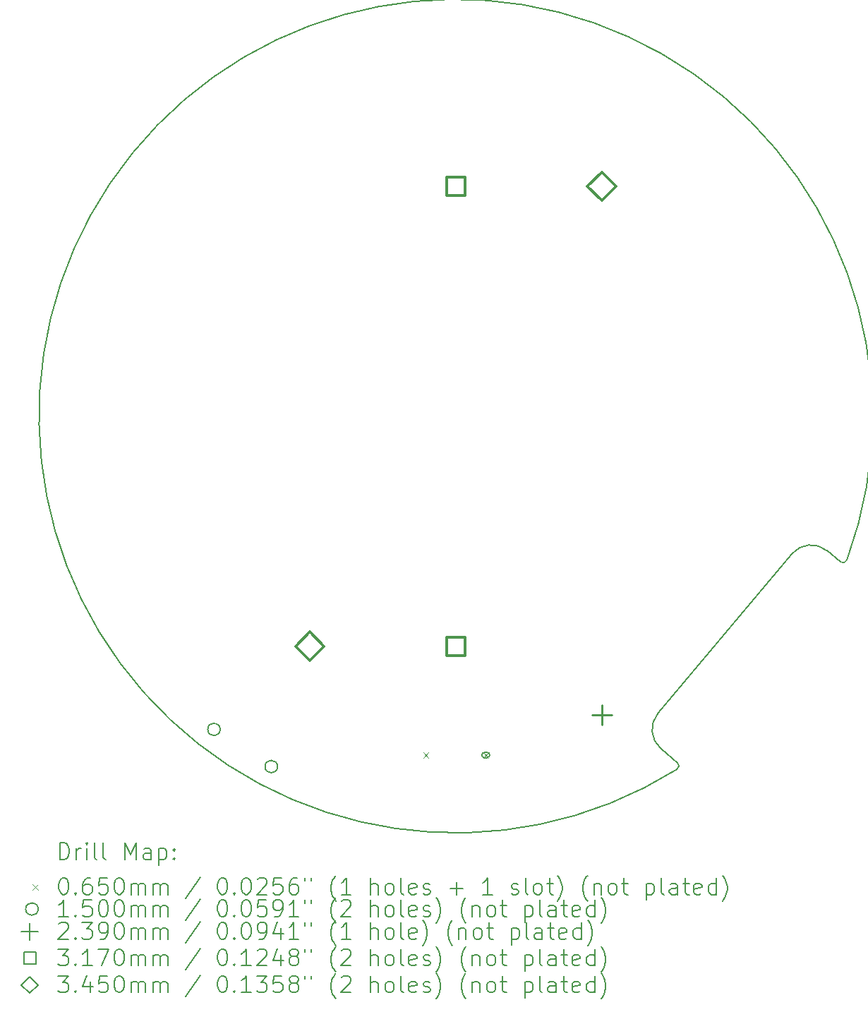
<source format=gbr>
%TF.GenerationSoftware,KiCad,Pcbnew,6.0.7-1.fc36*%
%TF.CreationDate,2022-08-25T14:46:05+02:00*%
%TF.ProjectId,LAITS-HW,4c414954-532d-4485-972e-6b696361645f,1.0.3*%
%TF.SameCoordinates,Original*%
%TF.FileFunction,Drillmap*%
%TF.FilePolarity,Positive*%
%FSLAX45Y45*%
G04 Gerber Fmt 4.5, Leading zero omitted, Abs format (unit mm)*
G04 Created by KiCad (PCBNEW 6.0.7-1.fc36) date 2022-08-25 14:46:05*
%MOMM*%
%LPD*%
G01*
G04 APERTURE LIST*
%ADD10C,0.200000*%
%ADD11C,0.065000*%
%ADD12C,0.150000*%
%ADD13C,0.239000*%
%ADD14C,0.317000*%
%ADD15C,0.345000*%
G04 APERTURE END LIST*
D10*
X10861676Y-15388086D02*
X11059640Y-15554198D01*
X13012761Y-13146288D02*
G75*
G03*
X13091815Y-13125270I32139J38298D01*
G01*
X12854316Y-13013349D02*
G75*
G03*
X12431667Y-13050326I-192837J-229811D01*
G01*
X13091815Y-13125270D02*
G75*
G03*
X11054043Y-15634874I-4692007J1727735D01*
G01*
X12431667Y-13050326D02*
X10824699Y-14965437D01*
X12854317Y-13013349D02*
X13012756Y-13146295D01*
X11054042Y-15634873D02*
G75*
G03*
X11059640Y-15554198I-26542J42373D01*
G01*
X10824695Y-14965434D02*
G75*
G03*
X10861676Y-15388086I229815J-192836D01*
G01*
D11*
X8007500Y-15431500D02*
X8072500Y-15496500D01*
X8072500Y-15431500D02*
X8007500Y-15496500D01*
X8727500Y-15431500D02*
X8792500Y-15496500D01*
X8792500Y-15431500D02*
X8727500Y-15496500D01*
D10*
X8745000Y-15496500D02*
X8775000Y-15496500D01*
X8745000Y-15431500D02*
X8775000Y-15431500D01*
X8775000Y-15496500D02*
G75*
G03*
X8775000Y-15431500I0J32500D01*
G01*
X8745000Y-15431500D02*
G75*
G03*
X8745000Y-15496500I0J-32500D01*
G01*
D12*
X5573626Y-15156061D02*
G75*
G03*
X5573626Y-15156061I-75000J0D01*
G01*
X6261336Y-15602665D02*
G75*
G03*
X6261336Y-15602665I-75000J0D01*
G01*
D13*
X10150500Y-14862500D02*
X10150500Y-15101500D01*
X10031000Y-14982000D02*
X10270000Y-14982000D01*
D14*
X8512078Y-8752078D02*
X8512078Y-8527923D01*
X8287922Y-8527923D01*
X8287922Y-8752078D01*
X8512078Y-8752078D01*
X8512078Y-14272077D02*
X8512078Y-14047922D01*
X8287922Y-14047922D01*
X8287922Y-14272077D01*
X8512078Y-14272077D01*
D15*
X6649500Y-14332500D02*
X6822000Y-14160000D01*
X6649500Y-13987500D01*
X6477000Y-14160000D01*
X6649500Y-14332500D01*
X10150500Y-8812500D02*
X10323000Y-8640000D01*
X10150500Y-8467500D01*
X9978000Y-8640000D01*
X10150500Y-8812500D01*
D10*
X3647427Y-16718011D02*
X3647427Y-16518011D01*
X3695046Y-16518011D01*
X3723617Y-16527535D01*
X3742665Y-16546583D01*
X3752189Y-16565630D01*
X3761713Y-16603725D01*
X3761713Y-16632297D01*
X3752189Y-16670392D01*
X3742665Y-16689440D01*
X3723617Y-16708487D01*
X3695046Y-16718011D01*
X3647427Y-16718011D01*
X3847427Y-16718011D02*
X3847427Y-16584678D01*
X3847427Y-16622773D02*
X3856951Y-16603725D01*
X3866475Y-16594202D01*
X3885522Y-16584678D01*
X3904570Y-16584678D01*
X3971236Y-16718011D02*
X3971236Y-16584678D01*
X3971236Y-16518011D02*
X3961713Y-16527535D01*
X3971236Y-16537059D01*
X3980760Y-16527535D01*
X3971236Y-16518011D01*
X3971236Y-16537059D01*
X4095046Y-16718011D02*
X4075998Y-16708487D01*
X4066475Y-16689440D01*
X4066475Y-16518011D01*
X4199808Y-16718011D02*
X4180760Y-16708487D01*
X4171236Y-16689440D01*
X4171236Y-16518011D01*
X4428379Y-16718011D02*
X4428379Y-16518011D01*
X4495046Y-16660868D01*
X4561713Y-16518011D01*
X4561713Y-16718011D01*
X4742665Y-16718011D02*
X4742665Y-16613249D01*
X4733141Y-16594202D01*
X4714094Y-16584678D01*
X4675998Y-16584678D01*
X4656951Y-16594202D01*
X4742665Y-16708487D02*
X4723618Y-16718011D01*
X4675998Y-16718011D01*
X4656951Y-16708487D01*
X4647427Y-16689440D01*
X4647427Y-16670392D01*
X4656951Y-16651344D01*
X4675998Y-16641821D01*
X4723618Y-16641821D01*
X4742665Y-16632297D01*
X4837903Y-16584678D02*
X4837903Y-16784678D01*
X4837903Y-16594202D02*
X4856951Y-16584678D01*
X4895046Y-16584678D01*
X4914094Y-16594202D01*
X4923618Y-16603725D01*
X4933141Y-16622773D01*
X4933141Y-16679916D01*
X4923618Y-16698963D01*
X4914094Y-16708487D01*
X4895046Y-16718011D01*
X4856951Y-16718011D01*
X4837903Y-16708487D01*
X5018856Y-16698963D02*
X5028379Y-16708487D01*
X5018856Y-16718011D01*
X5009332Y-16708487D01*
X5018856Y-16698963D01*
X5018856Y-16718011D01*
X5018856Y-16594202D02*
X5028379Y-16603725D01*
X5018856Y-16613249D01*
X5009332Y-16603725D01*
X5018856Y-16594202D01*
X5018856Y-16613249D01*
D11*
X3324808Y-17015035D02*
X3389808Y-17080035D01*
X3389808Y-17015035D02*
X3324808Y-17080035D01*
D10*
X3685522Y-16938011D02*
X3704570Y-16938011D01*
X3723617Y-16947535D01*
X3733141Y-16957059D01*
X3742665Y-16976106D01*
X3752189Y-17014202D01*
X3752189Y-17061821D01*
X3742665Y-17099916D01*
X3733141Y-17118964D01*
X3723617Y-17128487D01*
X3704570Y-17138011D01*
X3685522Y-17138011D01*
X3666475Y-17128487D01*
X3656951Y-17118964D01*
X3647427Y-17099916D01*
X3637903Y-17061821D01*
X3637903Y-17014202D01*
X3647427Y-16976106D01*
X3656951Y-16957059D01*
X3666475Y-16947535D01*
X3685522Y-16938011D01*
X3837903Y-17118964D02*
X3847427Y-17128487D01*
X3837903Y-17138011D01*
X3828379Y-17128487D01*
X3837903Y-17118964D01*
X3837903Y-17138011D01*
X4018856Y-16938011D02*
X3980760Y-16938011D01*
X3961713Y-16947535D01*
X3952189Y-16957059D01*
X3933141Y-16985630D01*
X3923617Y-17023725D01*
X3923617Y-17099916D01*
X3933141Y-17118964D01*
X3942665Y-17128487D01*
X3961713Y-17138011D01*
X3999808Y-17138011D01*
X4018856Y-17128487D01*
X4028379Y-17118964D01*
X4037903Y-17099916D01*
X4037903Y-17052297D01*
X4028379Y-17033249D01*
X4018856Y-17023725D01*
X3999808Y-17014202D01*
X3961713Y-17014202D01*
X3942665Y-17023725D01*
X3933141Y-17033249D01*
X3923617Y-17052297D01*
X4218856Y-16938011D02*
X4123617Y-16938011D01*
X4114094Y-17033249D01*
X4123617Y-17023725D01*
X4142665Y-17014202D01*
X4190284Y-17014202D01*
X4209332Y-17023725D01*
X4218856Y-17033249D01*
X4228379Y-17052297D01*
X4228379Y-17099916D01*
X4218856Y-17118964D01*
X4209332Y-17128487D01*
X4190284Y-17138011D01*
X4142665Y-17138011D01*
X4123617Y-17128487D01*
X4114094Y-17118964D01*
X4352189Y-16938011D02*
X4371237Y-16938011D01*
X4390284Y-16947535D01*
X4399808Y-16957059D01*
X4409332Y-16976106D01*
X4418856Y-17014202D01*
X4418856Y-17061821D01*
X4409332Y-17099916D01*
X4399808Y-17118964D01*
X4390284Y-17128487D01*
X4371237Y-17138011D01*
X4352189Y-17138011D01*
X4333141Y-17128487D01*
X4323618Y-17118964D01*
X4314094Y-17099916D01*
X4304570Y-17061821D01*
X4304570Y-17014202D01*
X4314094Y-16976106D01*
X4323618Y-16957059D01*
X4333141Y-16947535D01*
X4352189Y-16938011D01*
X4504570Y-17138011D02*
X4504570Y-17004678D01*
X4504570Y-17023725D02*
X4514094Y-17014202D01*
X4533141Y-17004678D01*
X4561713Y-17004678D01*
X4580760Y-17014202D01*
X4590284Y-17033249D01*
X4590284Y-17138011D01*
X4590284Y-17033249D02*
X4599808Y-17014202D01*
X4618856Y-17004678D01*
X4647427Y-17004678D01*
X4666475Y-17014202D01*
X4675998Y-17033249D01*
X4675998Y-17138011D01*
X4771237Y-17138011D02*
X4771237Y-17004678D01*
X4771237Y-17023725D02*
X4780760Y-17014202D01*
X4799808Y-17004678D01*
X4828379Y-17004678D01*
X4847427Y-17014202D01*
X4856951Y-17033249D01*
X4856951Y-17138011D01*
X4856951Y-17033249D02*
X4866475Y-17014202D01*
X4885522Y-17004678D01*
X4914094Y-17004678D01*
X4933141Y-17014202D01*
X4942665Y-17033249D01*
X4942665Y-17138011D01*
X5333141Y-16928487D02*
X5161713Y-17185630D01*
X5590284Y-16938011D02*
X5609332Y-16938011D01*
X5628379Y-16947535D01*
X5637903Y-16957059D01*
X5647427Y-16976106D01*
X5656951Y-17014202D01*
X5656951Y-17061821D01*
X5647427Y-17099916D01*
X5637903Y-17118964D01*
X5628379Y-17128487D01*
X5609332Y-17138011D01*
X5590284Y-17138011D01*
X5571237Y-17128487D01*
X5561713Y-17118964D01*
X5552189Y-17099916D01*
X5542665Y-17061821D01*
X5542665Y-17014202D01*
X5552189Y-16976106D01*
X5561713Y-16957059D01*
X5571237Y-16947535D01*
X5590284Y-16938011D01*
X5742665Y-17118964D02*
X5752189Y-17128487D01*
X5742665Y-17138011D01*
X5733141Y-17128487D01*
X5742665Y-17118964D01*
X5742665Y-17138011D01*
X5875998Y-16938011D02*
X5895046Y-16938011D01*
X5914094Y-16947535D01*
X5923617Y-16957059D01*
X5933141Y-16976106D01*
X5942665Y-17014202D01*
X5942665Y-17061821D01*
X5933141Y-17099916D01*
X5923617Y-17118964D01*
X5914094Y-17128487D01*
X5895046Y-17138011D01*
X5875998Y-17138011D01*
X5856951Y-17128487D01*
X5847427Y-17118964D01*
X5837903Y-17099916D01*
X5828379Y-17061821D01*
X5828379Y-17014202D01*
X5837903Y-16976106D01*
X5847427Y-16957059D01*
X5856951Y-16947535D01*
X5875998Y-16938011D01*
X6018856Y-16957059D02*
X6028379Y-16947535D01*
X6047427Y-16938011D01*
X6095046Y-16938011D01*
X6114094Y-16947535D01*
X6123617Y-16957059D01*
X6133141Y-16976106D01*
X6133141Y-16995154D01*
X6123617Y-17023725D01*
X6009332Y-17138011D01*
X6133141Y-17138011D01*
X6314094Y-16938011D02*
X6218856Y-16938011D01*
X6209332Y-17033249D01*
X6218856Y-17023725D01*
X6237903Y-17014202D01*
X6285522Y-17014202D01*
X6304570Y-17023725D01*
X6314094Y-17033249D01*
X6323617Y-17052297D01*
X6323617Y-17099916D01*
X6314094Y-17118964D01*
X6304570Y-17128487D01*
X6285522Y-17138011D01*
X6237903Y-17138011D01*
X6218856Y-17128487D01*
X6209332Y-17118964D01*
X6495046Y-16938011D02*
X6456951Y-16938011D01*
X6437903Y-16947535D01*
X6428379Y-16957059D01*
X6409332Y-16985630D01*
X6399808Y-17023725D01*
X6399808Y-17099916D01*
X6409332Y-17118964D01*
X6418856Y-17128487D01*
X6437903Y-17138011D01*
X6475998Y-17138011D01*
X6495046Y-17128487D01*
X6504570Y-17118964D01*
X6514094Y-17099916D01*
X6514094Y-17052297D01*
X6504570Y-17033249D01*
X6495046Y-17023725D01*
X6475998Y-17014202D01*
X6437903Y-17014202D01*
X6418856Y-17023725D01*
X6409332Y-17033249D01*
X6399808Y-17052297D01*
X6590284Y-16938011D02*
X6590284Y-16976106D01*
X6666475Y-16938011D02*
X6666475Y-16976106D01*
X6961713Y-17214202D02*
X6952189Y-17204678D01*
X6933141Y-17176106D01*
X6923617Y-17157059D01*
X6914094Y-17128487D01*
X6904570Y-17080868D01*
X6904570Y-17042773D01*
X6914094Y-16995154D01*
X6923617Y-16966583D01*
X6933141Y-16947535D01*
X6952189Y-16918964D01*
X6961713Y-16909440D01*
X7142665Y-17138011D02*
X7028379Y-17138011D01*
X7085522Y-17138011D02*
X7085522Y-16938011D01*
X7066475Y-16966583D01*
X7047427Y-16985630D01*
X7028379Y-16995154D01*
X7380760Y-17138011D02*
X7380760Y-16938011D01*
X7466475Y-17138011D02*
X7466475Y-17033249D01*
X7456951Y-17014202D01*
X7437903Y-17004678D01*
X7409332Y-17004678D01*
X7390284Y-17014202D01*
X7380760Y-17023725D01*
X7590284Y-17138011D02*
X7571236Y-17128487D01*
X7561713Y-17118964D01*
X7552189Y-17099916D01*
X7552189Y-17042773D01*
X7561713Y-17023725D01*
X7571236Y-17014202D01*
X7590284Y-17004678D01*
X7618856Y-17004678D01*
X7637903Y-17014202D01*
X7647427Y-17023725D01*
X7656951Y-17042773D01*
X7656951Y-17099916D01*
X7647427Y-17118964D01*
X7637903Y-17128487D01*
X7618856Y-17138011D01*
X7590284Y-17138011D01*
X7771236Y-17138011D02*
X7752189Y-17128487D01*
X7742665Y-17109440D01*
X7742665Y-16938011D01*
X7923617Y-17128487D02*
X7904570Y-17138011D01*
X7866475Y-17138011D01*
X7847427Y-17128487D01*
X7837903Y-17109440D01*
X7837903Y-17033249D01*
X7847427Y-17014202D01*
X7866475Y-17004678D01*
X7904570Y-17004678D01*
X7923617Y-17014202D01*
X7933141Y-17033249D01*
X7933141Y-17052297D01*
X7837903Y-17071345D01*
X8009332Y-17128487D02*
X8028379Y-17138011D01*
X8066475Y-17138011D01*
X8085522Y-17128487D01*
X8095046Y-17109440D01*
X8095046Y-17099916D01*
X8085522Y-17080868D01*
X8066475Y-17071345D01*
X8037903Y-17071345D01*
X8018856Y-17061821D01*
X8009332Y-17042773D01*
X8009332Y-17033249D01*
X8018856Y-17014202D01*
X8037903Y-17004678D01*
X8066475Y-17004678D01*
X8085522Y-17014202D01*
X8333141Y-17061821D02*
X8485522Y-17061821D01*
X8409332Y-17138011D02*
X8409332Y-16985630D01*
X8837903Y-17138011D02*
X8723618Y-17138011D01*
X8780760Y-17138011D02*
X8780760Y-16938011D01*
X8761713Y-16966583D01*
X8742665Y-16985630D01*
X8723618Y-16995154D01*
X9066475Y-17128487D02*
X9085522Y-17138011D01*
X9123618Y-17138011D01*
X9142665Y-17128487D01*
X9152189Y-17109440D01*
X9152189Y-17099916D01*
X9142665Y-17080868D01*
X9123618Y-17071345D01*
X9095046Y-17071345D01*
X9075998Y-17061821D01*
X9066475Y-17042773D01*
X9066475Y-17033249D01*
X9075998Y-17014202D01*
X9095046Y-17004678D01*
X9123618Y-17004678D01*
X9142665Y-17014202D01*
X9266475Y-17138011D02*
X9247427Y-17128487D01*
X9237903Y-17109440D01*
X9237903Y-16938011D01*
X9371237Y-17138011D02*
X9352189Y-17128487D01*
X9342665Y-17118964D01*
X9333141Y-17099916D01*
X9333141Y-17042773D01*
X9342665Y-17023725D01*
X9352189Y-17014202D01*
X9371237Y-17004678D01*
X9399808Y-17004678D01*
X9418856Y-17014202D01*
X9428379Y-17023725D01*
X9437903Y-17042773D01*
X9437903Y-17099916D01*
X9428379Y-17118964D01*
X9418856Y-17128487D01*
X9399808Y-17138011D01*
X9371237Y-17138011D01*
X9495046Y-17004678D02*
X9571237Y-17004678D01*
X9523618Y-16938011D02*
X9523618Y-17109440D01*
X9533141Y-17128487D01*
X9552189Y-17138011D01*
X9571237Y-17138011D01*
X9618856Y-17214202D02*
X9628379Y-17204678D01*
X9647427Y-17176106D01*
X9656951Y-17157059D01*
X9666475Y-17128487D01*
X9675998Y-17080868D01*
X9675998Y-17042773D01*
X9666475Y-16995154D01*
X9656951Y-16966583D01*
X9647427Y-16947535D01*
X9628379Y-16918964D01*
X9618856Y-16909440D01*
X9980760Y-17214202D02*
X9971237Y-17204678D01*
X9952189Y-17176106D01*
X9942665Y-17157059D01*
X9933141Y-17128487D01*
X9923618Y-17080868D01*
X9923618Y-17042773D01*
X9933141Y-16995154D01*
X9942665Y-16966583D01*
X9952189Y-16947535D01*
X9971237Y-16918964D01*
X9980760Y-16909440D01*
X10056951Y-17004678D02*
X10056951Y-17138011D01*
X10056951Y-17023725D02*
X10066475Y-17014202D01*
X10085522Y-17004678D01*
X10114094Y-17004678D01*
X10133141Y-17014202D01*
X10142665Y-17033249D01*
X10142665Y-17138011D01*
X10266475Y-17138011D02*
X10247427Y-17128487D01*
X10237903Y-17118964D01*
X10228379Y-17099916D01*
X10228379Y-17042773D01*
X10237903Y-17023725D01*
X10247427Y-17014202D01*
X10266475Y-17004678D01*
X10295046Y-17004678D01*
X10314094Y-17014202D01*
X10323618Y-17023725D01*
X10333141Y-17042773D01*
X10333141Y-17099916D01*
X10323618Y-17118964D01*
X10314094Y-17128487D01*
X10295046Y-17138011D01*
X10266475Y-17138011D01*
X10390284Y-17004678D02*
X10466475Y-17004678D01*
X10418856Y-16938011D02*
X10418856Y-17109440D01*
X10428379Y-17128487D01*
X10447427Y-17138011D01*
X10466475Y-17138011D01*
X10685522Y-17004678D02*
X10685522Y-17204678D01*
X10685522Y-17014202D02*
X10704570Y-17004678D01*
X10742665Y-17004678D01*
X10761713Y-17014202D01*
X10771237Y-17023725D01*
X10780760Y-17042773D01*
X10780760Y-17099916D01*
X10771237Y-17118964D01*
X10761713Y-17128487D01*
X10742665Y-17138011D01*
X10704570Y-17138011D01*
X10685522Y-17128487D01*
X10895046Y-17138011D02*
X10875998Y-17128487D01*
X10866475Y-17109440D01*
X10866475Y-16938011D01*
X11056951Y-17138011D02*
X11056951Y-17033249D01*
X11047427Y-17014202D01*
X11028379Y-17004678D01*
X10990284Y-17004678D01*
X10971237Y-17014202D01*
X11056951Y-17128487D02*
X11037903Y-17138011D01*
X10990284Y-17138011D01*
X10971237Y-17128487D01*
X10961713Y-17109440D01*
X10961713Y-17090392D01*
X10971237Y-17071345D01*
X10990284Y-17061821D01*
X11037903Y-17061821D01*
X11056951Y-17052297D01*
X11123618Y-17004678D02*
X11199808Y-17004678D01*
X11152189Y-16938011D02*
X11152189Y-17109440D01*
X11161713Y-17128487D01*
X11180760Y-17138011D01*
X11199808Y-17138011D01*
X11342665Y-17128487D02*
X11323617Y-17138011D01*
X11285522Y-17138011D01*
X11266475Y-17128487D01*
X11256951Y-17109440D01*
X11256951Y-17033249D01*
X11266475Y-17014202D01*
X11285522Y-17004678D01*
X11323617Y-17004678D01*
X11342665Y-17014202D01*
X11352189Y-17033249D01*
X11352189Y-17052297D01*
X11256951Y-17071345D01*
X11523617Y-17138011D02*
X11523617Y-16938011D01*
X11523617Y-17128487D02*
X11504570Y-17138011D01*
X11466475Y-17138011D01*
X11447427Y-17128487D01*
X11437903Y-17118964D01*
X11428379Y-17099916D01*
X11428379Y-17042773D01*
X11437903Y-17023725D01*
X11447427Y-17014202D01*
X11466475Y-17004678D01*
X11504570Y-17004678D01*
X11523617Y-17014202D01*
X11599808Y-17214202D02*
X11609332Y-17204678D01*
X11628379Y-17176106D01*
X11637903Y-17157059D01*
X11647427Y-17128487D01*
X11656951Y-17080868D01*
X11656951Y-17042773D01*
X11647427Y-16995154D01*
X11637903Y-16966583D01*
X11628379Y-16947535D01*
X11609332Y-16918964D01*
X11599808Y-16909440D01*
D12*
X3389808Y-17311535D02*
G75*
G03*
X3389808Y-17311535I-75000J0D01*
G01*
D10*
X3752189Y-17402011D02*
X3637903Y-17402011D01*
X3695046Y-17402011D02*
X3695046Y-17202011D01*
X3675998Y-17230583D01*
X3656951Y-17249630D01*
X3637903Y-17259154D01*
X3837903Y-17382964D02*
X3847427Y-17392487D01*
X3837903Y-17402011D01*
X3828379Y-17392487D01*
X3837903Y-17382964D01*
X3837903Y-17402011D01*
X4028379Y-17202011D02*
X3933141Y-17202011D01*
X3923617Y-17297249D01*
X3933141Y-17287725D01*
X3952189Y-17278202D01*
X3999808Y-17278202D01*
X4018856Y-17287725D01*
X4028379Y-17297249D01*
X4037903Y-17316297D01*
X4037903Y-17363916D01*
X4028379Y-17382964D01*
X4018856Y-17392487D01*
X3999808Y-17402011D01*
X3952189Y-17402011D01*
X3933141Y-17392487D01*
X3923617Y-17382964D01*
X4161713Y-17202011D02*
X4180760Y-17202011D01*
X4199808Y-17211535D01*
X4209332Y-17221059D01*
X4218856Y-17240106D01*
X4228379Y-17278202D01*
X4228379Y-17325821D01*
X4218856Y-17363916D01*
X4209332Y-17382964D01*
X4199808Y-17392487D01*
X4180760Y-17402011D01*
X4161713Y-17402011D01*
X4142665Y-17392487D01*
X4133141Y-17382964D01*
X4123617Y-17363916D01*
X4114094Y-17325821D01*
X4114094Y-17278202D01*
X4123617Y-17240106D01*
X4133141Y-17221059D01*
X4142665Y-17211535D01*
X4161713Y-17202011D01*
X4352189Y-17202011D02*
X4371237Y-17202011D01*
X4390284Y-17211535D01*
X4399808Y-17221059D01*
X4409332Y-17240106D01*
X4418856Y-17278202D01*
X4418856Y-17325821D01*
X4409332Y-17363916D01*
X4399808Y-17382964D01*
X4390284Y-17392487D01*
X4371237Y-17402011D01*
X4352189Y-17402011D01*
X4333141Y-17392487D01*
X4323618Y-17382964D01*
X4314094Y-17363916D01*
X4304570Y-17325821D01*
X4304570Y-17278202D01*
X4314094Y-17240106D01*
X4323618Y-17221059D01*
X4333141Y-17211535D01*
X4352189Y-17202011D01*
X4504570Y-17402011D02*
X4504570Y-17268678D01*
X4504570Y-17287725D02*
X4514094Y-17278202D01*
X4533141Y-17268678D01*
X4561713Y-17268678D01*
X4580760Y-17278202D01*
X4590284Y-17297249D01*
X4590284Y-17402011D01*
X4590284Y-17297249D02*
X4599808Y-17278202D01*
X4618856Y-17268678D01*
X4647427Y-17268678D01*
X4666475Y-17278202D01*
X4675998Y-17297249D01*
X4675998Y-17402011D01*
X4771237Y-17402011D02*
X4771237Y-17268678D01*
X4771237Y-17287725D02*
X4780760Y-17278202D01*
X4799808Y-17268678D01*
X4828379Y-17268678D01*
X4847427Y-17278202D01*
X4856951Y-17297249D01*
X4856951Y-17402011D01*
X4856951Y-17297249D02*
X4866475Y-17278202D01*
X4885522Y-17268678D01*
X4914094Y-17268678D01*
X4933141Y-17278202D01*
X4942665Y-17297249D01*
X4942665Y-17402011D01*
X5333141Y-17192487D02*
X5161713Y-17449630D01*
X5590284Y-17202011D02*
X5609332Y-17202011D01*
X5628379Y-17211535D01*
X5637903Y-17221059D01*
X5647427Y-17240106D01*
X5656951Y-17278202D01*
X5656951Y-17325821D01*
X5647427Y-17363916D01*
X5637903Y-17382964D01*
X5628379Y-17392487D01*
X5609332Y-17402011D01*
X5590284Y-17402011D01*
X5571237Y-17392487D01*
X5561713Y-17382964D01*
X5552189Y-17363916D01*
X5542665Y-17325821D01*
X5542665Y-17278202D01*
X5552189Y-17240106D01*
X5561713Y-17221059D01*
X5571237Y-17211535D01*
X5590284Y-17202011D01*
X5742665Y-17382964D02*
X5752189Y-17392487D01*
X5742665Y-17402011D01*
X5733141Y-17392487D01*
X5742665Y-17382964D01*
X5742665Y-17402011D01*
X5875998Y-17202011D02*
X5895046Y-17202011D01*
X5914094Y-17211535D01*
X5923617Y-17221059D01*
X5933141Y-17240106D01*
X5942665Y-17278202D01*
X5942665Y-17325821D01*
X5933141Y-17363916D01*
X5923617Y-17382964D01*
X5914094Y-17392487D01*
X5895046Y-17402011D01*
X5875998Y-17402011D01*
X5856951Y-17392487D01*
X5847427Y-17382964D01*
X5837903Y-17363916D01*
X5828379Y-17325821D01*
X5828379Y-17278202D01*
X5837903Y-17240106D01*
X5847427Y-17221059D01*
X5856951Y-17211535D01*
X5875998Y-17202011D01*
X6123617Y-17202011D02*
X6028379Y-17202011D01*
X6018856Y-17297249D01*
X6028379Y-17287725D01*
X6047427Y-17278202D01*
X6095046Y-17278202D01*
X6114094Y-17287725D01*
X6123617Y-17297249D01*
X6133141Y-17316297D01*
X6133141Y-17363916D01*
X6123617Y-17382964D01*
X6114094Y-17392487D01*
X6095046Y-17402011D01*
X6047427Y-17402011D01*
X6028379Y-17392487D01*
X6018856Y-17382964D01*
X6228379Y-17402011D02*
X6266475Y-17402011D01*
X6285522Y-17392487D01*
X6295046Y-17382964D01*
X6314094Y-17354392D01*
X6323617Y-17316297D01*
X6323617Y-17240106D01*
X6314094Y-17221059D01*
X6304570Y-17211535D01*
X6285522Y-17202011D01*
X6247427Y-17202011D01*
X6228379Y-17211535D01*
X6218856Y-17221059D01*
X6209332Y-17240106D01*
X6209332Y-17287725D01*
X6218856Y-17306773D01*
X6228379Y-17316297D01*
X6247427Y-17325821D01*
X6285522Y-17325821D01*
X6304570Y-17316297D01*
X6314094Y-17306773D01*
X6323617Y-17287725D01*
X6514094Y-17402011D02*
X6399808Y-17402011D01*
X6456951Y-17402011D02*
X6456951Y-17202011D01*
X6437903Y-17230583D01*
X6418856Y-17249630D01*
X6399808Y-17259154D01*
X6590284Y-17202011D02*
X6590284Y-17240106D01*
X6666475Y-17202011D02*
X6666475Y-17240106D01*
X6961713Y-17478202D02*
X6952189Y-17468678D01*
X6933141Y-17440106D01*
X6923617Y-17421059D01*
X6914094Y-17392487D01*
X6904570Y-17344868D01*
X6904570Y-17306773D01*
X6914094Y-17259154D01*
X6923617Y-17230583D01*
X6933141Y-17211535D01*
X6952189Y-17182964D01*
X6961713Y-17173440D01*
X7028379Y-17221059D02*
X7037903Y-17211535D01*
X7056951Y-17202011D01*
X7104570Y-17202011D01*
X7123617Y-17211535D01*
X7133141Y-17221059D01*
X7142665Y-17240106D01*
X7142665Y-17259154D01*
X7133141Y-17287725D01*
X7018856Y-17402011D01*
X7142665Y-17402011D01*
X7380760Y-17402011D02*
X7380760Y-17202011D01*
X7466475Y-17402011D02*
X7466475Y-17297249D01*
X7456951Y-17278202D01*
X7437903Y-17268678D01*
X7409332Y-17268678D01*
X7390284Y-17278202D01*
X7380760Y-17287725D01*
X7590284Y-17402011D02*
X7571236Y-17392487D01*
X7561713Y-17382964D01*
X7552189Y-17363916D01*
X7552189Y-17306773D01*
X7561713Y-17287725D01*
X7571236Y-17278202D01*
X7590284Y-17268678D01*
X7618856Y-17268678D01*
X7637903Y-17278202D01*
X7647427Y-17287725D01*
X7656951Y-17306773D01*
X7656951Y-17363916D01*
X7647427Y-17382964D01*
X7637903Y-17392487D01*
X7618856Y-17402011D01*
X7590284Y-17402011D01*
X7771236Y-17402011D02*
X7752189Y-17392487D01*
X7742665Y-17373440D01*
X7742665Y-17202011D01*
X7923617Y-17392487D02*
X7904570Y-17402011D01*
X7866475Y-17402011D01*
X7847427Y-17392487D01*
X7837903Y-17373440D01*
X7837903Y-17297249D01*
X7847427Y-17278202D01*
X7866475Y-17268678D01*
X7904570Y-17268678D01*
X7923617Y-17278202D01*
X7933141Y-17297249D01*
X7933141Y-17316297D01*
X7837903Y-17335345D01*
X8009332Y-17392487D02*
X8028379Y-17402011D01*
X8066475Y-17402011D01*
X8085522Y-17392487D01*
X8095046Y-17373440D01*
X8095046Y-17363916D01*
X8085522Y-17344868D01*
X8066475Y-17335345D01*
X8037903Y-17335345D01*
X8018856Y-17325821D01*
X8009332Y-17306773D01*
X8009332Y-17297249D01*
X8018856Y-17278202D01*
X8037903Y-17268678D01*
X8066475Y-17268678D01*
X8085522Y-17278202D01*
X8161713Y-17478202D02*
X8171236Y-17468678D01*
X8190284Y-17440106D01*
X8199808Y-17421059D01*
X8209332Y-17392487D01*
X8218856Y-17344868D01*
X8218856Y-17306773D01*
X8209332Y-17259154D01*
X8199808Y-17230583D01*
X8190284Y-17211535D01*
X8171236Y-17182964D01*
X8161713Y-17173440D01*
X8523618Y-17478202D02*
X8514094Y-17468678D01*
X8495046Y-17440106D01*
X8485522Y-17421059D01*
X8475998Y-17392487D01*
X8466475Y-17344868D01*
X8466475Y-17306773D01*
X8475998Y-17259154D01*
X8485522Y-17230583D01*
X8495046Y-17211535D01*
X8514094Y-17182964D01*
X8523618Y-17173440D01*
X8599808Y-17268678D02*
X8599808Y-17402011D01*
X8599808Y-17287725D02*
X8609332Y-17278202D01*
X8628379Y-17268678D01*
X8656951Y-17268678D01*
X8675998Y-17278202D01*
X8685522Y-17297249D01*
X8685522Y-17402011D01*
X8809332Y-17402011D02*
X8790284Y-17392487D01*
X8780760Y-17382964D01*
X8771237Y-17363916D01*
X8771237Y-17306773D01*
X8780760Y-17287725D01*
X8790284Y-17278202D01*
X8809332Y-17268678D01*
X8837903Y-17268678D01*
X8856951Y-17278202D01*
X8866475Y-17287725D01*
X8875998Y-17306773D01*
X8875998Y-17363916D01*
X8866475Y-17382964D01*
X8856951Y-17392487D01*
X8837903Y-17402011D01*
X8809332Y-17402011D01*
X8933141Y-17268678D02*
X9009332Y-17268678D01*
X8961713Y-17202011D02*
X8961713Y-17373440D01*
X8971237Y-17392487D01*
X8990284Y-17402011D01*
X9009332Y-17402011D01*
X9228379Y-17268678D02*
X9228379Y-17468678D01*
X9228379Y-17278202D02*
X9247427Y-17268678D01*
X9285522Y-17268678D01*
X9304570Y-17278202D01*
X9314094Y-17287725D01*
X9323618Y-17306773D01*
X9323618Y-17363916D01*
X9314094Y-17382964D01*
X9304570Y-17392487D01*
X9285522Y-17402011D01*
X9247427Y-17402011D01*
X9228379Y-17392487D01*
X9437903Y-17402011D02*
X9418856Y-17392487D01*
X9409332Y-17373440D01*
X9409332Y-17202011D01*
X9599808Y-17402011D02*
X9599808Y-17297249D01*
X9590284Y-17278202D01*
X9571237Y-17268678D01*
X9533141Y-17268678D01*
X9514094Y-17278202D01*
X9599808Y-17392487D02*
X9580760Y-17402011D01*
X9533141Y-17402011D01*
X9514094Y-17392487D01*
X9504570Y-17373440D01*
X9504570Y-17354392D01*
X9514094Y-17335345D01*
X9533141Y-17325821D01*
X9580760Y-17325821D01*
X9599808Y-17316297D01*
X9666475Y-17268678D02*
X9742665Y-17268678D01*
X9695046Y-17202011D02*
X9695046Y-17373440D01*
X9704570Y-17392487D01*
X9723618Y-17402011D01*
X9742665Y-17402011D01*
X9885522Y-17392487D02*
X9866475Y-17402011D01*
X9828379Y-17402011D01*
X9809332Y-17392487D01*
X9799808Y-17373440D01*
X9799808Y-17297249D01*
X9809332Y-17278202D01*
X9828379Y-17268678D01*
X9866475Y-17268678D01*
X9885522Y-17278202D01*
X9895046Y-17297249D01*
X9895046Y-17316297D01*
X9799808Y-17335345D01*
X10066475Y-17402011D02*
X10066475Y-17202011D01*
X10066475Y-17392487D02*
X10047427Y-17402011D01*
X10009332Y-17402011D01*
X9990284Y-17392487D01*
X9980760Y-17382964D01*
X9971237Y-17363916D01*
X9971237Y-17306773D01*
X9980760Y-17287725D01*
X9990284Y-17278202D01*
X10009332Y-17268678D01*
X10047427Y-17268678D01*
X10066475Y-17278202D01*
X10142665Y-17478202D02*
X10152189Y-17468678D01*
X10171237Y-17440106D01*
X10180760Y-17421059D01*
X10190284Y-17392487D01*
X10199808Y-17344868D01*
X10199808Y-17306773D01*
X10190284Y-17259154D01*
X10180760Y-17230583D01*
X10171237Y-17211535D01*
X10152189Y-17182964D01*
X10142665Y-17173440D01*
X3289808Y-17481535D02*
X3289808Y-17681535D01*
X3189808Y-17581535D02*
X3389808Y-17581535D01*
X3637903Y-17491059D02*
X3647427Y-17481535D01*
X3666475Y-17472011D01*
X3714094Y-17472011D01*
X3733141Y-17481535D01*
X3742665Y-17491059D01*
X3752189Y-17510106D01*
X3752189Y-17529154D01*
X3742665Y-17557725D01*
X3628379Y-17672011D01*
X3752189Y-17672011D01*
X3837903Y-17652964D02*
X3847427Y-17662487D01*
X3837903Y-17672011D01*
X3828379Y-17662487D01*
X3837903Y-17652964D01*
X3837903Y-17672011D01*
X3914094Y-17472011D02*
X4037903Y-17472011D01*
X3971236Y-17548202D01*
X3999808Y-17548202D01*
X4018856Y-17557725D01*
X4028379Y-17567249D01*
X4037903Y-17586297D01*
X4037903Y-17633916D01*
X4028379Y-17652964D01*
X4018856Y-17662487D01*
X3999808Y-17672011D01*
X3942665Y-17672011D01*
X3923617Y-17662487D01*
X3914094Y-17652964D01*
X4133141Y-17672011D02*
X4171236Y-17672011D01*
X4190284Y-17662487D01*
X4199808Y-17652964D01*
X4218856Y-17624392D01*
X4228379Y-17586297D01*
X4228379Y-17510106D01*
X4218856Y-17491059D01*
X4209332Y-17481535D01*
X4190284Y-17472011D01*
X4152189Y-17472011D01*
X4133141Y-17481535D01*
X4123617Y-17491059D01*
X4114094Y-17510106D01*
X4114094Y-17557725D01*
X4123617Y-17576773D01*
X4133141Y-17586297D01*
X4152189Y-17595821D01*
X4190284Y-17595821D01*
X4209332Y-17586297D01*
X4218856Y-17576773D01*
X4228379Y-17557725D01*
X4352189Y-17472011D02*
X4371237Y-17472011D01*
X4390284Y-17481535D01*
X4399808Y-17491059D01*
X4409332Y-17510106D01*
X4418856Y-17548202D01*
X4418856Y-17595821D01*
X4409332Y-17633916D01*
X4399808Y-17652964D01*
X4390284Y-17662487D01*
X4371237Y-17672011D01*
X4352189Y-17672011D01*
X4333141Y-17662487D01*
X4323618Y-17652964D01*
X4314094Y-17633916D01*
X4304570Y-17595821D01*
X4304570Y-17548202D01*
X4314094Y-17510106D01*
X4323618Y-17491059D01*
X4333141Y-17481535D01*
X4352189Y-17472011D01*
X4504570Y-17672011D02*
X4504570Y-17538678D01*
X4504570Y-17557725D02*
X4514094Y-17548202D01*
X4533141Y-17538678D01*
X4561713Y-17538678D01*
X4580760Y-17548202D01*
X4590284Y-17567249D01*
X4590284Y-17672011D01*
X4590284Y-17567249D02*
X4599808Y-17548202D01*
X4618856Y-17538678D01*
X4647427Y-17538678D01*
X4666475Y-17548202D01*
X4675998Y-17567249D01*
X4675998Y-17672011D01*
X4771237Y-17672011D02*
X4771237Y-17538678D01*
X4771237Y-17557725D02*
X4780760Y-17548202D01*
X4799808Y-17538678D01*
X4828379Y-17538678D01*
X4847427Y-17548202D01*
X4856951Y-17567249D01*
X4856951Y-17672011D01*
X4856951Y-17567249D02*
X4866475Y-17548202D01*
X4885522Y-17538678D01*
X4914094Y-17538678D01*
X4933141Y-17548202D01*
X4942665Y-17567249D01*
X4942665Y-17672011D01*
X5333141Y-17462487D02*
X5161713Y-17719630D01*
X5590284Y-17472011D02*
X5609332Y-17472011D01*
X5628379Y-17481535D01*
X5637903Y-17491059D01*
X5647427Y-17510106D01*
X5656951Y-17548202D01*
X5656951Y-17595821D01*
X5647427Y-17633916D01*
X5637903Y-17652964D01*
X5628379Y-17662487D01*
X5609332Y-17672011D01*
X5590284Y-17672011D01*
X5571237Y-17662487D01*
X5561713Y-17652964D01*
X5552189Y-17633916D01*
X5542665Y-17595821D01*
X5542665Y-17548202D01*
X5552189Y-17510106D01*
X5561713Y-17491059D01*
X5571237Y-17481535D01*
X5590284Y-17472011D01*
X5742665Y-17652964D02*
X5752189Y-17662487D01*
X5742665Y-17672011D01*
X5733141Y-17662487D01*
X5742665Y-17652964D01*
X5742665Y-17672011D01*
X5875998Y-17472011D02*
X5895046Y-17472011D01*
X5914094Y-17481535D01*
X5923617Y-17491059D01*
X5933141Y-17510106D01*
X5942665Y-17548202D01*
X5942665Y-17595821D01*
X5933141Y-17633916D01*
X5923617Y-17652964D01*
X5914094Y-17662487D01*
X5895046Y-17672011D01*
X5875998Y-17672011D01*
X5856951Y-17662487D01*
X5847427Y-17652964D01*
X5837903Y-17633916D01*
X5828379Y-17595821D01*
X5828379Y-17548202D01*
X5837903Y-17510106D01*
X5847427Y-17491059D01*
X5856951Y-17481535D01*
X5875998Y-17472011D01*
X6037903Y-17672011D02*
X6075998Y-17672011D01*
X6095046Y-17662487D01*
X6104570Y-17652964D01*
X6123617Y-17624392D01*
X6133141Y-17586297D01*
X6133141Y-17510106D01*
X6123617Y-17491059D01*
X6114094Y-17481535D01*
X6095046Y-17472011D01*
X6056951Y-17472011D01*
X6037903Y-17481535D01*
X6028379Y-17491059D01*
X6018856Y-17510106D01*
X6018856Y-17557725D01*
X6028379Y-17576773D01*
X6037903Y-17586297D01*
X6056951Y-17595821D01*
X6095046Y-17595821D01*
X6114094Y-17586297D01*
X6123617Y-17576773D01*
X6133141Y-17557725D01*
X6304570Y-17538678D02*
X6304570Y-17672011D01*
X6256951Y-17462487D02*
X6209332Y-17605345D01*
X6333141Y-17605345D01*
X6514094Y-17672011D02*
X6399808Y-17672011D01*
X6456951Y-17672011D02*
X6456951Y-17472011D01*
X6437903Y-17500583D01*
X6418856Y-17519630D01*
X6399808Y-17529154D01*
X6590284Y-17472011D02*
X6590284Y-17510106D01*
X6666475Y-17472011D02*
X6666475Y-17510106D01*
X6961713Y-17748202D02*
X6952189Y-17738678D01*
X6933141Y-17710106D01*
X6923617Y-17691059D01*
X6914094Y-17662487D01*
X6904570Y-17614868D01*
X6904570Y-17576773D01*
X6914094Y-17529154D01*
X6923617Y-17500583D01*
X6933141Y-17481535D01*
X6952189Y-17452964D01*
X6961713Y-17443440D01*
X7142665Y-17672011D02*
X7028379Y-17672011D01*
X7085522Y-17672011D02*
X7085522Y-17472011D01*
X7066475Y-17500583D01*
X7047427Y-17519630D01*
X7028379Y-17529154D01*
X7380760Y-17672011D02*
X7380760Y-17472011D01*
X7466475Y-17672011D02*
X7466475Y-17567249D01*
X7456951Y-17548202D01*
X7437903Y-17538678D01*
X7409332Y-17538678D01*
X7390284Y-17548202D01*
X7380760Y-17557725D01*
X7590284Y-17672011D02*
X7571236Y-17662487D01*
X7561713Y-17652964D01*
X7552189Y-17633916D01*
X7552189Y-17576773D01*
X7561713Y-17557725D01*
X7571236Y-17548202D01*
X7590284Y-17538678D01*
X7618856Y-17538678D01*
X7637903Y-17548202D01*
X7647427Y-17557725D01*
X7656951Y-17576773D01*
X7656951Y-17633916D01*
X7647427Y-17652964D01*
X7637903Y-17662487D01*
X7618856Y-17672011D01*
X7590284Y-17672011D01*
X7771236Y-17672011D02*
X7752189Y-17662487D01*
X7742665Y-17643440D01*
X7742665Y-17472011D01*
X7923617Y-17662487D02*
X7904570Y-17672011D01*
X7866475Y-17672011D01*
X7847427Y-17662487D01*
X7837903Y-17643440D01*
X7837903Y-17567249D01*
X7847427Y-17548202D01*
X7866475Y-17538678D01*
X7904570Y-17538678D01*
X7923617Y-17548202D01*
X7933141Y-17567249D01*
X7933141Y-17586297D01*
X7837903Y-17605345D01*
X7999808Y-17748202D02*
X8009332Y-17738678D01*
X8028379Y-17710106D01*
X8037903Y-17691059D01*
X8047427Y-17662487D01*
X8056951Y-17614868D01*
X8056951Y-17576773D01*
X8047427Y-17529154D01*
X8037903Y-17500583D01*
X8028379Y-17481535D01*
X8009332Y-17452964D01*
X7999808Y-17443440D01*
X8361713Y-17748202D02*
X8352189Y-17738678D01*
X8333141Y-17710106D01*
X8323617Y-17691059D01*
X8314094Y-17662487D01*
X8304570Y-17614868D01*
X8304570Y-17576773D01*
X8314094Y-17529154D01*
X8323617Y-17500583D01*
X8333141Y-17481535D01*
X8352189Y-17452964D01*
X8361713Y-17443440D01*
X8437903Y-17538678D02*
X8437903Y-17672011D01*
X8437903Y-17557725D02*
X8447427Y-17548202D01*
X8466475Y-17538678D01*
X8495046Y-17538678D01*
X8514094Y-17548202D01*
X8523618Y-17567249D01*
X8523618Y-17672011D01*
X8647427Y-17672011D02*
X8628379Y-17662487D01*
X8618856Y-17652964D01*
X8609332Y-17633916D01*
X8609332Y-17576773D01*
X8618856Y-17557725D01*
X8628379Y-17548202D01*
X8647427Y-17538678D01*
X8675998Y-17538678D01*
X8695046Y-17548202D01*
X8704570Y-17557725D01*
X8714094Y-17576773D01*
X8714094Y-17633916D01*
X8704570Y-17652964D01*
X8695046Y-17662487D01*
X8675998Y-17672011D01*
X8647427Y-17672011D01*
X8771237Y-17538678D02*
X8847427Y-17538678D01*
X8799808Y-17472011D02*
X8799808Y-17643440D01*
X8809332Y-17662487D01*
X8828379Y-17672011D01*
X8847427Y-17672011D01*
X9066475Y-17538678D02*
X9066475Y-17738678D01*
X9066475Y-17548202D02*
X9085522Y-17538678D01*
X9123618Y-17538678D01*
X9142665Y-17548202D01*
X9152189Y-17557725D01*
X9161713Y-17576773D01*
X9161713Y-17633916D01*
X9152189Y-17652964D01*
X9142665Y-17662487D01*
X9123618Y-17672011D01*
X9085522Y-17672011D01*
X9066475Y-17662487D01*
X9275998Y-17672011D02*
X9256951Y-17662487D01*
X9247427Y-17643440D01*
X9247427Y-17472011D01*
X9437903Y-17672011D02*
X9437903Y-17567249D01*
X9428379Y-17548202D01*
X9409332Y-17538678D01*
X9371237Y-17538678D01*
X9352189Y-17548202D01*
X9437903Y-17662487D02*
X9418856Y-17672011D01*
X9371237Y-17672011D01*
X9352189Y-17662487D01*
X9342665Y-17643440D01*
X9342665Y-17624392D01*
X9352189Y-17605345D01*
X9371237Y-17595821D01*
X9418856Y-17595821D01*
X9437903Y-17586297D01*
X9504570Y-17538678D02*
X9580760Y-17538678D01*
X9533141Y-17472011D02*
X9533141Y-17643440D01*
X9542665Y-17662487D01*
X9561713Y-17672011D01*
X9580760Y-17672011D01*
X9723618Y-17662487D02*
X9704570Y-17672011D01*
X9666475Y-17672011D01*
X9647427Y-17662487D01*
X9637903Y-17643440D01*
X9637903Y-17567249D01*
X9647427Y-17548202D01*
X9666475Y-17538678D01*
X9704570Y-17538678D01*
X9723618Y-17548202D01*
X9733141Y-17567249D01*
X9733141Y-17586297D01*
X9637903Y-17605345D01*
X9904570Y-17672011D02*
X9904570Y-17472011D01*
X9904570Y-17662487D02*
X9885522Y-17672011D01*
X9847427Y-17672011D01*
X9828379Y-17662487D01*
X9818856Y-17652964D01*
X9809332Y-17633916D01*
X9809332Y-17576773D01*
X9818856Y-17557725D01*
X9828379Y-17548202D01*
X9847427Y-17538678D01*
X9885522Y-17538678D01*
X9904570Y-17548202D01*
X9980760Y-17748202D02*
X9990284Y-17738678D01*
X10009332Y-17710106D01*
X10018856Y-17691059D01*
X10028379Y-17662487D01*
X10037903Y-17614868D01*
X10037903Y-17576773D01*
X10028379Y-17529154D01*
X10018856Y-17500583D01*
X10009332Y-17481535D01*
X9990284Y-17452964D01*
X9980760Y-17443440D01*
X3360519Y-17972246D02*
X3360519Y-17830824D01*
X3219097Y-17830824D01*
X3219097Y-17972246D01*
X3360519Y-17972246D01*
X3628379Y-17792011D02*
X3752189Y-17792011D01*
X3685522Y-17868202D01*
X3714094Y-17868202D01*
X3733141Y-17877725D01*
X3742665Y-17887249D01*
X3752189Y-17906297D01*
X3752189Y-17953916D01*
X3742665Y-17972964D01*
X3733141Y-17982487D01*
X3714094Y-17992011D01*
X3656951Y-17992011D01*
X3637903Y-17982487D01*
X3628379Y-17972964D01*
X3837903Y-17972964D02*
X3847427Y-17982487D01*
X3837903Y-17992011D01*
X3828379Y-17982487D01*
X3837903Y-17972964D01*
X3837903Y-17992011D01*
X4037903Y-17992011D02*
X3923617Y-17992011D01*
X3980760Y-17992011D02*
X3980760Y-17792011D01*
X3961713Y-17820583D01*
X3942665Y-17839630D01*
X3923617Y-17849154D01*
X4104570Y-17792011D02*
X4237903Y-17792011D01*
X4152189Y-17992011D01*
X4352189Y-17792011D02*
X4371237Y-17792011D01*
X4390284Y-17801535D01*
X4399808Y-17811059D01*
X4409332Y-17830106D01*
X4418856Y-17868202D01*
X4418856Y-17915821D01*
X4409332Y-17953916D01*
X4399808Y-17972964D01*
X4390284Y-17982487D01*
X4371237Y-17992011D01*
X4352189Y-17992011D01*
X4333141Y-17982487D01*
X4323618Y-17972964D01*
X4314094Y-17953916D01*
X4304570Y-17915821D01*
X4304570Y-17868202D01*
X4314094Y-17830106D01*
X4323618Y-17811059D01*
X4333141Y-17801535D01*
X4352189Y-17792011D01*
X4504570Y-17992011D02*
X4504570Y-17858678D01*
X4504570Y-17877725D02*
X4514094Y-17868202D01*
X4533141Y-17858678D01*
X4561713Y-17858678D01*
X4580760Y-17868202D01*
X4590284Y-17887249D01*
X4590284Y-17992011D01*
X4590284Y-17887249D02*
X4599808Y-17868202D01*
X4618856Y-17858678D01*
X4647427Y-17858678D01*
X4666475Y-17868202D01*
X4675998Y-17887249D01*
X4675998Y-17992011D01*
X4771237Y-17992011D02*
X4771237Y-17858678D01*
X4771237Y-17877725D02*
X4780760Y-17868202D01*
X4799808Y-17858678D01*
X4828379Y-17858678D01*
X4847427Y-17868202D01*
X4856951Y-17887249D01*
X4856951Y-17992011D01*
X4856951Y-17887249D02*
X4866475Y-17868202D01*
X4885522Y-17858678D01*
X4914094Y-17858678D01*
X4933141Y-17868202D01*
X4942665Y-17887249D01*
X4942665Y-17992011D01*
X5333141Y-17782487D02*
X5161713Y-18039630D01*
X5590284Y-17792011D02*
X5609332Y-17792011D01*
X5628379Y-17801535D01*
X5637903Y-17811059D01*
X5647427Y-17830106D01*
X5656951Y-17868202D01*
X5656951Y-17915821D01*
X5647427Y-17953916D01*
X5637903Y-17972964D01*
X5628379Y-17982487D01*
X5609332Y-17992011D01*
X5590284Y-17992011D01*
X5571237Y-17982487D01*
X5561713Y-17972964D01*
X5552189Y-17953916D01*
X5542665Y-17915821D01*
X5542665Y-17868202D01*
X5552189Y-17830106D01*
X5561713Y-17811059D01*
X5571237Y-17801535D01*
X5590284Y-17792011D01*
X5742665Y-17972964D02*
X5752189Y-17982487D01*
X5742665Y-17992011D01*
X5733141Y-17982487D01*
X5742665Y-17972964D01*
X5742665Y-17992011D01*
X5942665Y-17992011D02*
X5828379Y-17992011D01*
X5885522Y-17992011D02*
X5885522Y-17792011D01*
X5866475Y-17820583D01*
X5847427Y-17839630D01*
X5828379Y-17849154D01*
X6018856Y-17811059D02*
X6028379Y-17801535D01*
X6047427Y-17792011D01*
X6095046Y-17792011D01*
X6114094Y-17801535D01*
X6123617Y-17811059D01*
X6133141Y-17830106D01*
X6133141Y-17849154D01*
X6123617Y-17877725D01*
X6009332Y-17992011D01*
X6133141Y-17992011D01*
X6304570Y-17858678D02*
X6304570Y-17992011D01*
X6256951Y-17782487D02*
X6209332Y-17925345D01*
X6333141Y-17925345D01*
X6437903Y-17877725D02*
X6418856Y-17868202D01*
X6409332Y-17858678D01*
X6399808Y-17839630D01*
X6399808Y-17830106D01*
X6409332Y-17811059D01*
X6418856Y-17801535D01*
X6437903Y-17792011D01*
X6475998Y-17792011D01*
X6495046Y-17801535D01*
X6504570Y-17811059D01*
X6514094Y-17830106D01*
X6514094Y-17839630D01*
X6504570Y-17858678D01*
X6495046Y-17868202D01*
X6475998Y-17877725D01*
X6437903Y-17877725D01*
X6418856Y-17887249D01*
X6409332Y-17896773D01*
X6399808Y-17915821D01*
X6399808Y-17953916D01*
X6409332Y-17972964D01*
X6418856Y-17982487D01*
X6437903Y-17992011D01*
X6475998Y-17992011D01*
X6495046Y-17982487D01*
X6504570Y-17972964D01*
X6514094Y-17953916D01*
X6514094Y-17915821D01*
X6504570Y-17896773D01*
X6495046Y-17887249D01*
X6475998Y-17877725D01*
X6590284Y-17792011D02*
X6590284Y-17830106D01*
X6666475Y-17792011D02*
X6666475Y-17830106D01*
X6961713Y-18068202D02*
X6952189Y-18058678D01*
X6933141Y-18030106D01*
X6923617Y-18011059D01*
X6914094Y-17982487D01*
X6904570Y-17934868D01*
X6904570Y-17896773D01*
X6914094Y-17849154D01*
X6923617Y-17820583D01*
X6933141Y-17801535D01*
X6952189Y-17772964D01*
X6961713Y-17763440D01*
X7028379Y-17811059D02*
X7037903Y-17801535D01*
X7056951Y-17792011D01*
X7104570Y-17792011D01*
X7123617Y-17801535D01*
X7133141Y-17811059D01*
X7142665Y-17830106D01*
X7142665Y-17849154D01*
X7133141Y-17877725D01*
X7018856Y-17992011D01*
X7142665Y-17992011D01*
X7380760Y-17992011D02*
X7380760Y-17792011D01*
X7466475Y-17992011D02*
X7466475Y-17887249D01*
X7456951Y-17868202D01*
X7437903Y-17858678D01*
X7409332Y-17858678D01*
X7390284Y-17868202D01*
X7380760Y-17877725D01*
X7590284Y-17992011D02*
X7571236Y-17982487D01*
X7561713Y-17972964D01*
X7552189Y-17953916D01*
X7552189Y-17896773D01*
X7561713Y-17877725D01*
X7571236Y-17868202D01*
X7590284Y-17858678D01*
X7618856Y-17858678D01*
X7637903Y-17868202D01*
X7647427Y-17877725D01*
X7656951Y-17896773D01*
X7656951Y-17953916D01*
X7647427Y-17972964D01*
X7637903Y-17982487D01*
X7618856Y-17992011D01*
X7590284Y-17992011D01*
X7771236Y-17992011D02*
X7752189Y-17982487D01*
X7742665Y-17963440D01*
X7742665Y-17792011D01*
X7923617Y-17982487D02*
X7904570Y-17992011D01*
X7866475Y-17992011D01*
X7847427Y-17982487D01*
X7837903Y-17963440D01*
X7837903Y-17887249D01*
X7847427Y-17868202D01*
X7866475Y-17858678D01*
X7904570Y-17858678D01*
X7923617Y-17868202D01*
X7933141Y-17887249D01*
X7933141Y-17906297D01*
X7837903Y-17925345D01*
X8009332Y-17982487D02*
X8028379Y-17992011D01*
X8066475Y-17992011D01*
X8085522Y-17982487D01*
X8095046Y-17963440D01*
X8095046Y-17953916D01*
X8085522Y-17934868D01*
X8066475Y-17925345D01*
X8037903Y-17925345D01*
X8018856Y-17915821D01*
X8009332Y-17896773D01*
X8009332Y-17887249D01*
X8018856Y-17868202D01*
X8037903Y-17858678D01*
X8066475Y-17858678D01*
X8085522Y-17868202D01*
X8161713Y-18068202D02*
X8171236Y-18058678D01*
X8190284Y-18030106D01*
X8199808Y-18011059D01*
X8209332Y-17982487D01*
X8218856Y-17934868D01*
X8218856Y-17896773D01*
X8209332Y-17849154D01*
X8199808Y-17820583D01*
X8190284Y-17801535D01*
X8171236Y-17772964D01*
X8161713Y-17763440D01*
X8523618Y-18068202D02*
X8514094Y-18058678D01*
X8495046Y-18030106D01*
X8485522Y-18011059D01*
X8475998Y-17982487D01*
X8466475Y-17934868D01*
X8466475Y-17896773D01*
X8475998Y-17849154D01*
X8485522Y-17820583D01*
X8495046Y-17801535D01*
X8514094Y-17772964D01*
X8523618Y-17763440D01*
X8599808Y-17858678D02*
X8599808Y-17992011D01*
X8599808Y-17877725D02*
X8609332Y-17868202D01*
X8628379Y-17858678D01*
X8656951Y-17858678D01*
X8675998Y-17868202D01*
X8685522Y-17887249D01*
X8685522Y-17992011D01*
X8809332Y-17992011D02*
X8790284Y-17982487D01*
X8780760Y-17972964D01*
X8771237Y-17953916D01*
X8771237Y-17896773D01*
X8780760Y-17877725D01*
X8790284Y-17868202D01*
X8809332Y-17858678D01*
X8837903Y-17858678D01*
X8856951Y-17868202D01*
X8866475Y-17877725D01*
X8875998Y-17896773D01*
X8875998Y-17953916D01*
X8866475Y-17972964D01*
X8856951Y-17982487D01*
X8837903Y-17992011D01*
X8809332Y-17992011D01*
X8933141Y-17858678D02*
X9009332Y-17858678D01*
X8961713Y-17792011D02*
X8961713Y-17963440D01*
X8971237Y-17982487D01*
X8990284Y-17992011D01*
X9009332Y-17992011D01*
X9228379Y-17858678D02*
X9228379Y-18058678D01*
X9228379Y-17868202D02*
X9247427Y-17858678D01*
X9285522Y-17858678D01*
X9304570Y-17868202D01*
X9314094Y-17877725D01*
X9323618Y-17896773D01*
X9323618Y-17953916D01*
X9314094Y-17972964D01*
X9304570Y-17982487D01*
X9285522Y-17992011D01*
X9247427Y-17992011D01*
X9228379Y-17982487D01*
X9437903Y-17992011D02*
X9418856Y-17982487D01*
X9409332Y-17963440D01*
X9409332Y-17792011D01*
X9599808Y-17992011D02*
X9599808Y-17887249D01*
X9590284Y-17868202D01*
X9571237Y-17858678D01*
X9533141Y-17858678D01*
X9514094Y-17868202D01*
X9599808Y-17982487D02*
X9580760Y-17992011D01*
X9533141Y-17992011D01*
X9514094Y-17982487D01*
X9504570Y-17963440D01*
X9504570Y-17944392D01*
X9514094Y-17925345D01*
X9533141Y-17915821D01*
X9580760Y-17915821D01*
X9599808Y-17906297D01*
X9666475Y-17858678D02*
X9742665Y-17858678D01*
X9695046Y-17792011D02*
X9695046Y-17963440D01*
X9704570Y-17982487D01*
X9723618Y-17992011D01*
X9742665Y-17992011D01*
X9885522Y-17982487D02*
X9866475Y-17992011D01*
X9828379Y-17992011D01*
X9809332Y-17982487D01*
X9799808Y-17963440D01*
X9799808Y-17887249D01*
X9809332Y-17868202D01*
X9828379Y-17858678D01*
X9866475Y-17858678D01*
X9885522Y-17868202D01*
X9895046Y-17887249D01*
X9895046Y-17906297D01*
X9799808Y-17925345D01*
X10066475Y-17992011D02*
X10066475Y-17792011D01*
X10066475Y-17982487D02*
X10047427Y-17992011D01*
X10009332Y-17992011D01*
X9990284Y-17982487D01*
X9980760Y-17972964D01*
X9971237Y-17953916D01*
X9971237Y-17896773D01*
X9980760Y-17877725D01*
X9990284Y-17868202D01*
X10009332Y-17858678D01*
X10047427Y-17858678D01*
X10066475Y-17868202D01*
X10142665Y-18068202D02*
X10152189Y-18058678D01*
X10171237Y-18030106D01*
X10180760Y-18011059D01*
X10190284Y-17982487D01*
X10199808Y-17934868D01*
X10199808Y-17896773D01*
X10190284Y-17849154D01*
X10180760Y-17820583D01*
X10171237Y-17801535D01*
X10152189Y-17772964D01*
X10142665Y-17763440D01*
X3289808Y-18321535D02*
X3389808Y-18221535D01*
X3289808Y-18121535D01*
X3189808Y-18221535D01*
X3289808Y-18321535D01*
X3628379Y-18112011D02*
X3752189Y-18112011D01*
X3685522Y-18188202D01*
X3714094Y-18188202D01*
X3733141Y-18197725D01*
X3742665Y-18207249D01*
X3752189Y-18226297D01*
X3752189Y-18273916D01*
X3742665Y-18292964D01*
X3733141Y-18302487D01*
X3714094Y-18312011D01*
X3656951Y-18312011D01*
X3637903Y-18302487D01*
X3628379Y-18292964D01*
X3837903Y-18292964D02*
X3847427Y-18302487D01*
X3837903Y-18312011D01*
X3828379Y-18302487D01*
X3837903Y-18292964D01*
X3837903Y-18312011D01*
X4018856Y-18178678D02*
X4018856Y-18312011D01*
X3971236Y-18102487D02*
X3923617Y-18245345D01*
X4047427Y-18245345D01*
X4218856Y-18112011D02*
X4123617Y-18112011D01*
X4114094Y-18207249D01*
X4123617Y-18197725D01*
X4142665Y-18188202D01*
X4190284Y-18188202D01*
X4209332Y-18197725D01*
X4218856Y-18207249D01*
X4228379Y-18226297D01*
X4228379Y-18273916D01*
X4218856Y-18292964D01*
X4209332Y-18302487D01*
X4190284Y-18312011D01*
X4142665Y-18312011D01*
X4123617Y-18302487D01*
X4114094Y-18292964D01*
X4352189Y-18112011D02*
X4371237Y-18112011D01*
X4390284Y-18121535D01*
X4399808Y-18131059D01*
X4409332Y-18150106D01*
X4418856Y-18188202D01*
X4418856Y-18235821D01*
X4409332Y-18273916D01*
X4399808Y-18292964D01*
X4390284Y-18302487D01*
X4371237Y-18312011D01*
X4352189Y-18312011D01*
X4333141Y-18302487D01*
X4323618Y-18292964D01*
X4314094Y-18273916D01*
X4304570Y-18235821D01*
X4304570Y-18188202D01*
X4314094Y-18150106D01*
X4323618Y-18131059D01*
X4333141Y-18121535D01*
X4352189Y-18112011D01*
X4504570Y-18312011D02*
X4504570Y-18178678D01*
X4504570Y-18197725D02*
X4514094Y-18188202D01*
X4533141Y-18178678D01*
X4561713Y-18178678D01*
X4580760Y-18188202D01*
X4590284Y-18207249D01*
X4590284Y-18312011D01*
X4590284Y-18207249D02*
X4599808Y-18188202D01*
X4618856Y-18178678D01*
X4647427Y-18178678D01*
X4666475Y-18188202D01*
X4675998Y-18207249D01*
X4675998Y-18312011D01*
X4771237Y-18312011D02*
X4771237Y-18178678D01*
X4771237Y-18197725D02*
X4780760Y-18188202D01*
X4799808Y-18178678D01*
X4828379Y-18178678D01*
X4847427Y-18188202D01*
X4856951Y-18207249D01*
X4856951Y-18312011D01*
X4856951Y-18207249D02*
X4866475Y-18188202D01*
X4885522Y-18178678D01*
X4914094Y-18178678D01*
X4933141Y-18188202D01*
X4942665Y-18207249D01*
X4942665Y-18312011D01*
X5333141Y-18102487D02*
X5161713Y-18359630D01*
X5590284Y-18112011D02*
X5609332Y-18112011D01*
X5628379Y-18121535D01*
X5637903Y-18131059D01*
X5647427Y-18150106D01*
X5656951Y-18188202D01*
X5656951Y-18235821D01*
X5647427Y-18273916D01*
X5637903Y-18292964D01*
X5628379Y-18302487D01*
X5609332Y-18312011D01*
X5590284Y-18312011D01*
X5571237Y-18302487D01*
X5561713Y-18292964D01*
X5552189Y-18273916D01*
X5542665Y-18235821D01*
X5542665Y-18188202D01*
X5552189Y-18150106D01*
X5561713Y-18131059D01*
X5571237Y-18121535D01*
X5590284Y-18112011D01*
X5742665Y-18292964D02*
X5752189Y-18302487D01*
X5742665Y-18312011D01*
X5733141Y-18302487D01*
X5742665Y-18292964D01*
X5742665Y-18312011D01*
X5942665Y-18312011D02*
X5828379Y-18312011D01*
X5885522Y-18312011D02*
X5885522Y-18112011D01*
X5866475Y-18140583D01*
X5847427Y-18159630D01*
X5828379Y-18169154D01*
X6009332Y-18112011D02*
X6133141Y-18112011D01*
X6066475Y-18188202D01*
X6095046Y-18188202D01*
X6114094Y-18197725D01*
X6123617Y-18207249D01*
X6133141Y-18226297D01*
X6133141Y-18273916D01*
X6123617Y-18292964D01*
X6114094Y-18302487D01*
X6095046Y-18312011D01*
X6037903Y-18312011D01*
X6018856Y-18302487D01*
X6009332Y-18292964D01*
X6314094Y-18112011D02*
X6218856Y-18112011D01*
X6209332Y-18207249D01*
X6218856Y-18197725D01*
X6237903Y-18188202D01*
X6285522Y-18188202D01*
X6304570Y-18197725D01*
X6314094Y-18207249D01*
X6323617Y-18226297D01*
X6323617Y-18273916D01*
X6314094Y-18292964D01*
X6304570Y-18302487D01*
X6285522Y-18312011D01*
X6237903Y-18312011D01*
X6218856Y-18302487D01*
X6209332Y-18292964D01*
X6437903Y-18197725D02*
X6418856Y-18188202D01*
X6409332Y-18178678D01*
X6399808Y-18159630D01*
X6399808Y-18150106D01*
X6409332Y-18131059D01*
X6418856Y-18121535D01*
X6437903Y-18112011D01*
X6475998Y-18112011D01*
X6495046Y-18121535D01*
X6504570Y-18131059D01*
X6514094Y-18150106D01*
X6514094Y-18159630D01*
X6504570Y-18178678D01*
X6495046Y-18188202D01*
X6475998Y-18197725D01*
X6437903Y-18197725D01*
X6418856Y-18207249D01*
X6409332Y-18216773D01*
X6399808Y-18235821D01*
X6399808Y-18273916D01*
X6409332Y-18292964D01*
X6418856Y-18302487D01*
X6437903Y-18312011D01*
X6475998Y-18312011D01*
X6495046Y-18302487D01*
X6504570Y-18292964D01*
X6514094Y-18273916D01*
X6514094Y-18235821D01*
X6504570Y-18216773D01*
X6495046Y-18207249D01*
X6475998Y-18197725D01*
X6590284Y-18112011D02*
X6590284Y-18150106D01*
X6666475Y-18112011D02*
X6666475Y-18150106D01*
X6961713Y-18388202D02*
X6952189Y-18378678D01*
X6933141Y-18350106D01*
X6923617Y-18331059D01*
X6914094Y-18302487D01*
X6904570Y-18254868D01*
X6904570Y-18216773D01*
X6914094Y-18169154D01*
X6923617Y-18140583D01*
X6933141Y-18121535D01*
X6952189Y-18092964D01*
X6961713Y-18083440D01*
X7028379Y-18131059D02*
X7037903Y-18121535D01*
X7056951Y-18112011D01*
X7104570Y-18112011D01*
X7123617Y-18121535D01*
X7133141Y-18131059D01*
X7142665Y-18150106D01*
X7142665Y-18169154D01*
X7133141Y-18197725D01*
X7018856Y-18312011D01*
X7142665Y-18312011D01*
X7380760Y-18312011D02*
X7380760Y-18112011D01*
X7466475Y-18312011D02*
X7466475Y-18207249D01*
X7456951Y-18188202D01*
X7437903Y-18178678D01*
X7409332Y-18178678D01*
X7390284Y-18188202D01*
X7380760Y-18197725D01*
X7590284Y-18312011D02*
X7571236Y-18302487D01*
X7561713Y-18292964D01*
X7552189Y-18273916D01*
X7552189Y-18216773D01*
X7561713Y-18197725D01*
X7571236Y-18188202D01*
X7590284Y-18178678D01*
X7618856Y-18178678D01*
X7637903Y-18188202D01*
X7647427Y-18197725D01*
X7656951Y-18216773D01*
X7656951Y-18273916D01*
X7647427Y-18292964D01*
X7637903Y-18302487D01*
X7618856Y-18312011D01*
X7590284Y-18312011D01*
X7771236Y-18312011D02*
X7752189Y-18302487D01*
X7742665Y-18283440D01*
X7742665Y-18112011D01*
X7923617Y-18302487D02*
X7904570Y-18312011D01*
X7866475Y-18312011D01*
X7847427Y-18302487D01*
X7837903Y-18283440D01*
X7837903Y-18207249D01*
X7847427Y-18188202D01*
X7866475Y-18178678D01*
X7904570Y-18178678D01*
X7923617Y-18188202D01*
X7933141Y-18207249D01*
X7933141Y-18226297D01*
X7837903Y-18245345D01*
X8009332Y-18302487D02*
X8028379Y-18312011D01*
X8066475Y-18312011D01*
X8085522Y-18302487D01*
X8095046Y-18283440D01*
X8095046Y-18273916D01*
X8085522Y-18254868D01*
X8066475Y-18245345D01*
X8037903Y-18245345D01*
X8018856Y-18235821D01*
X8009332Y-18216773D01*
X8009332Y-18207249D01*
X8018856Y-18188202D01*
X8037903Y-18178678D01*
X8066475Y-18178678D01*
X8085522Y-18188202D01*
X8161713Y-18388202D02*
X8171236Y-18378678D01*
X8190284Y-18350106D01*
X8199808Y-18331059D01*
X8209332Y-18302487D01*
X8218856Y-18254868D01*
X8218856Y-18216773D01*
X8209332Y-18169154D01*
X8199808Y-18140583D01*
X8190284Y-18121535D01*
X8171236Y-18092964D01*
X8161713Y-18083440D01*
X8523618Y-18388202D02*
X8514094Y-18378678D01*
X8495046Y-18350106D01*
X8485522Y-18331059D01*
X8475998Y-18302487D01*
X8466475Y-18254868D01*
X8466475Y-18216773D01*
X8475998Y-18169154D01*
X8485522Y-18140583D01*
X8495046Y-18121535D01*
X8514094Y-18092964D01*
X8523618Y-18083440D01*
X8599808Y-18178678D02*
X8599808Y-18312011D01*
X8599808Y-18197725D02*
X8609332Y-18188202D01*
X8628379Y-18178678D01*
X8656951Y-18178678D01*
X8675998Y-18188202D01*
X8685522Y-18207249D01*
X8685522Y-18312011D01*
X8809332Y-18312011D02*
X8790284Y-18302487D01*
X8780760Y-18292964D01*
X8771237Y-18273916D01*
X8771237Y-18216773D01*
X8780760Y-18197725D01*
X8790284Y-18188202D01*
X8809332Y-18178678D01*
X8837903Y-18178678D01*
X8856951Y-18188202D01*
X8866475Y-18197725D01*
X8875998Y-18216773D01*
X8875998Y-18273916D01*
X8866475Y-18292964D01*
X8856951Y-18302487D01*
X8837903Y-18312011D01*
X8809332Y-18312011D01*
X8933141Y-18178678D02*
X9009332Y-18178678D01*
X8961713Y-18112011D02*
X8961713Y-18283440D01*
X8971237Y-18302487D01*
X8990284Y-18312011D01*
X9009332Y-18312011D01*
X9228379Y-18178678D02*
X9228379Y-18378678D01*
X9228379Y-18188202D02*
X9247427Y-18178678D01*
X9285522Y-18178678D01*
X9304570Y-18188202D01*
X9314094Y-18197725D01*
X9323618Y-18216773D01*
X9323618Y-18273916D01*
X9314094Y-18292964D01*
X9304570Y-18302487D01*
X9285522Y-18312011D01*
X9247427Y-18312011D01*
X9228379Y-18302487D01*
X9437903Y-18312011D02*
X9418856Y-18302487D01*
X9409332Y-18283440D01*
X9409332Y-18112011D01*
X9599808Y-18312011D02*
X9599808Y-18207249D01*
X9590284Y-18188202D01*
X9571237Y-18178678D01*
X9533141Y-18178678D01*
X9514094Y-18188202D01*
X9599808Y-18302487D02*
X9580760Y-18312011D01*
X9533141Y-18312011D01*
X9514094Y-18302487D01*
X9504570Y-18283440D01*
X9504570Y-18264392D01*
X9514094Y-18245345D01*
X9533141Y-18235821D01*
X9580760Y-18235821D01*
X9599808Y-18226297D01*
X9666475Y-18178678D02*
X9742665Y-18178678D01*
X9695046Y-18112011D02*
X9695046Y-18283440D01*
X9704570Y-18302487D01*
X9723618Y-18312011D01*
X9742665Y-18312011D01*
X9885522Y-18302487D02*
X9866475Y-18312011D01*
X9828379Y-18312011D01*
X9809332Y-18302487D01*
X9799808Y-18283440D01*
X9799808Y-18207249D01*
X9809332Y-18188202D01*
X9828379Y-18178678D01*
X9866475Y-18178678D01*
X9885522Y-18188202D01*
X9895046Y-18207249D01*
X9895046Y-18226297D01*
X9799808Y-18245345D01*
X10066475Y-18312011D02*
X10066475Y-18112011D01*
X10066475Y-18302487D02*
X10047427Y-18312011D01*
X10009332Y-18312011D01*
X9990284Y-18302487D01*
X9980760Y-18292964D01*
X9971237Y-18273916D01*
X9971237Y-18216773D01*
X9980760Y-18197725D01*
X9990284Y-18188202D01*
X10009332Y-18178678D01*
X10047427Y-18178678D01*
X10066475Y-18188202D01*
X10142665Y-18388202D02*
X10152189Y-18378678D01*
X10171237Y-18350106D01*
X10180760Y-18331059D01*
X10190284Y-18302487D01*
X10199808Y-18254868D01*
X10199808Y-18216773D01*
X10190284Y-18169154D01*
X10180760Y-18140583D01*
X10171237Y-18121535D01*
X10152189Y-18092964D01*
X10142665Y-18083440D01*
M02*

</source>
